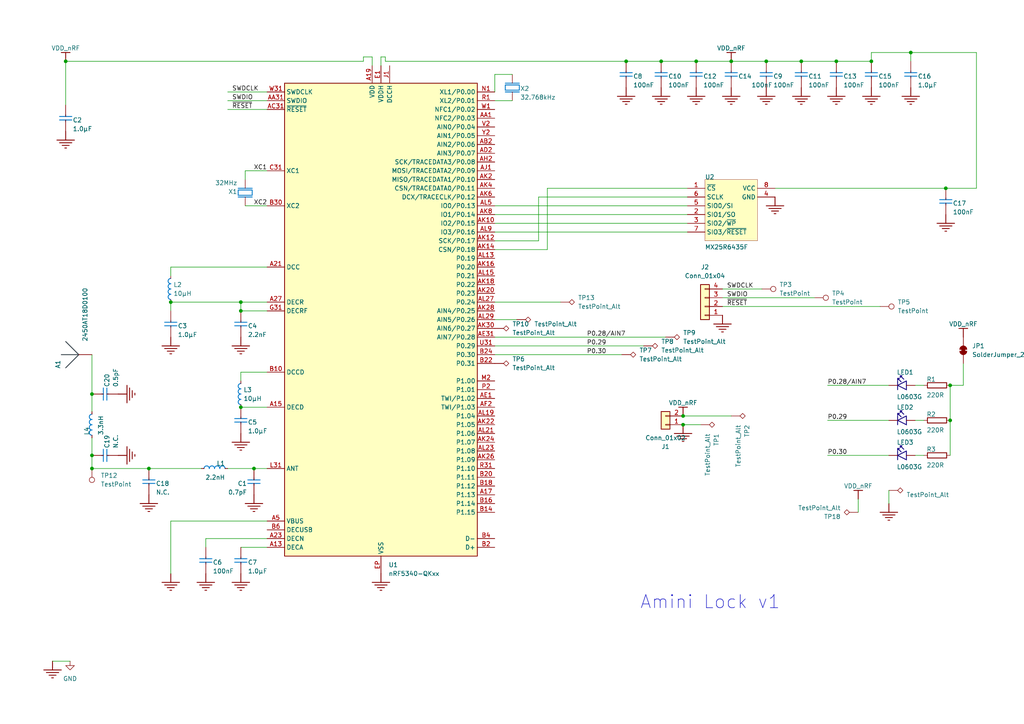
<source format=kicad_sch>
(kicad_sch (version 20231120) (generator "eeschema") (generator_version "8.0")
  (paper "A4")
  (junction (at 69.85 118.11))
  (junction (at 275.59 121.92))
  (junction (at 26.67 135.89))
  (junction (at 43.18 135.89))
  (junction (at 26.67 114.3))
  (junction (at 242.57 17.78))
  (junction (at 252.73 17.78))
  (junction (at 274.32 54.61))
  (junction (at 198.12 120.65))
  (junction (at 222.25 17.78))
  (junction (at 201.93 17.78))
  (junction (at 232.41 17.78))
  (junction (at 198.12 123.19))
  (junction (at 264.16 15.24))
  (junction (at 191.77 17.78))
  (junction (at 69.85 87.63))
  (junction (at 212.09 17.78))
  (junction (at 275.59 111.76))
  (junction (at 181.61 17.78))
  (junction (at 26.67 132.08))
  (junction (at 49.53 87.63))
  (junction (at 69.85 90.17))
  (junction (at 73.66 135.89))
  (junction (at 19.05 17.78))
  (wire (pts (xy 77.47 158.75) (xy 69.85 158.75)))
  (wire (pts (xy 77.47 26.67) (xy 66.04 26.67)))
  (wire (pts (xy 49.53 166.37) (xy 49.53 151.13)))
  (wire (pts (xy 255.27 88.9) (xy 209.55 88.9)))
  (wire (pts (xy 275.59 132.08) (xy 275.59 121.92)))
  (wire (pts (xy 267.97 132.08) (xy 265.43 132.08)))
  (wire (pts (xy 143.51 62.23) (xy 199.39 62.23)))
  (wire (pts (xy 111.76 16.51) (xy 110.49 16.51)))
  (wire (pts (xy 143.51 26.67) (xy 143.51 21.59)))
  (wire (pts (xy 201.93 17.78) (xy 212.09 17.78)))
  (wire (pts (xy 49.53 77.47) (xy 49.53 80.01)))
  (wire (pts (xy 143.51 87.63) (xy 162.56 87.63)))
  (wire (pts (xy 212.09 17.78) (xy 222.25 17.78)))
  (wire (pts (xy 279.4 105.41) (xy 279.4 111.76)))
  (wire (pts (xy 275.59 111.76) (xy 279.4 111.76)))
  (wire (pts (xy 77.47 31.75) (xy 66.04 31.75)))
  (wire (pts (xy 105.41 17.78) (xy 19.05 17.78)))
  (wire (pts (xy 66.04 135.89) (xy 73.66 135.89)))
  (wire (pts (xy 191.77 17.78) (xy 201.93 17.78)))
  (wire (pts (xy 77.47 77.47) (xy 49.53 77.47)))
  (wire (pts (xy 110.49 16.51) (xy 110.49 19.05)))
  (wire (pts (xy 181.61 17.78) (xy 191.77 17.78)))
  (wire (pts (xy 143.51 102.87) (xy 180.34 102.87)))
  (wire (pts (xy 69.85 90.17) (xy 69.85 87.63)))
  (wire (pts (xy 43.18 135.89) (xy 58.42 135.89)))
  (wire (pts (xy 105.41 16.51) (xy 105.41 17.78)))
  (wire (pts (xy 69.85 107.95) (xy 69.85 110.49)))
  (wire (pts (xy 49.53 87.63) (xy 49.53 90.17)))
  (wire (pts (xy 252.73 15.24) (xy 252.73 17.78)))
  (wire (pts (xy 240.03 121.92) (xy 257.81 121.92)))
  (wire (pts (xy 156.21 57.15) (xy 156.21 69.85)))
  (wire (pts (xy 71.12 49.53) (xy 77.47 49.53)))
  (wire (pts (xy 77.47 90.17) (xy 69.85 90.17)))
  (wire (pts (xy 77.47 107.95) (xy 69.85 107.95)))
  (wire (pts (xy 143.51 97.79) (xy 193.04 97.79)))
  (wire (pts (xy 26.67 132.08) (xy 26.67 127)))
  (wire (pts (xy 73.66 135.89) (xy 77.47 135.89)))
  (wire (pts (xy 107.95 16.51) (xy 107.95 19.05)))
  (wire (pts (xy 26.67 114.3) (xy 26.67 119.38)))
  (wire (pts (xy 236.22 86.36) (xy 209.55 86.36)))
  (wire (pts (xy 199.39 54.61) (xy 158.75 54.61)))
  (wire (pts (xy 143.51 100.33) (xy 186.69 100.33)))
  (wire (pts (xy 275.59 121.92) (xy 275.59 111.76)))
  (wire (pts (xy 156.21 69.85) (xy 143.51 69.85)))
  (wire (pts (xy 26.67 135.89) (xy 43.18 135.89)))
  (wire (pts (xy 105.41 16.51) (xy 107.95 16.51)))
  (wire (pts (xy 143.51 67.31) (xy 199.39 67.31)))
  (wire (pts (xy 59.69 156.21) (xy 59.69 158.75)))
  (wire (pts (xy 143.51 29.21) (xy 148.59 29.21)))
  (wire (pts (xy 15.24 191.77) (xy 20.32 191.77)))
  (wire (pts (xy 264.16 15.24) (xy 252.73 15.24)))
  (wire (pts (xy 69.85 87.63) (xy 49.53 87.63)))
  (wire (pts (xy 265.43 121.92) (xy 267.97 121.92)))
  (wire (pts (xy 232.41 17.78) (xy 242.57 17.78)))
  (wire (pts (xy 220.98 83.82) (xy 209.55 83.82)))
  (wire (pts (xy 240.03 132.08) (xy 257.81 132.08)))
  (wire (pts (xy 143.51 64.77) (xy 199.39 64.77)))
  (wire (pts (xy 240.03 111.76) (xy 257.81 111.76)))
  (wire (pts (xy 158.75 54.61) (xy 158.75 72.39)))
  (wire (pts (xy 212.09 120.65) (xy 198.12 120.65)))
  (wire (pts (xy 143.51 92.71) (xy 149.86 92.71)))
  (wire (pts (xy 222.25 17.78) (xy 232.41 17.78)))
  (wire (pts (xy 283.21 54.61) (xy 283.21 15.24)))
  (wire (pts (xy 257.81 146.05) (xy 257.81 142.24)))
  (wire (pts (xy 143.51 21.59) (xy 148.59 21.59)))
  (wire (pts (xy 224.79 54.61) (xy 274.32 54.61)))
  (wire (pts (xy 264.16 17.78) (xy 264.16 15.24)))
  (wire (pts (xy 71.12 59.69) (xy 77.47 59.69)))
  (wire (pts (xy 77.47 87.63) (xy 69.85 87.63)))
  (wire (pts (xy 199.39 57.15) (xy 156.21 57.15)))
  (wire (pts (xy 143.51 59.69) (xy 199.39 59.69)))
  (wire (pts (xy 274.32 54.61) (xy 283.21 54.61)))
  (wire (pts (xy 77.47 156.21) (xy 59.69 156.21)))
  (wire (pts (xy 19.05 17.78) (xy 19.05 30.48)))
  (wire (pts (xy 158.75 72.39) (xy 143.51 72.39)))
  (wire (pts (xy 77.47 118.11) (xy 69.85 118.11)))
  (wire (pts (xy 111.76 16.51) (xy 111.76 17.78)))
  (wire (pts (xy 26.67 135.89) (xy 26.67 132.08)))
  (wire (pts (xy 248.92 144.78) (xy 248.92 148.59)))
  (wire (pts (xy 203.2 123.19) (xy 198.12 123.19)))
  (wire (pts (xy 267.97 111.76) (xy 265.43 111.76)))
  (wire (pts (xy 26.67 114.3) (xy 26.67 102.87)))
  (wire (pts (xy 242.57 17.78) (xy 252.73 17.78)))
  (wire (pts (xy 111.76 17.78) (xy 181.61 17.78)))
  (wire (pts (xy 49.53 151.13) (xy 77.47 151.13)))
  (wire (pts (xy 77.47 29.21) (xy 66.04 29.21)))
  (wire (pts (xy 71.12 49.53) (xy 71.12 52.07)))
  (wire (pts (xy 283.21 15.24) (xy 264.16 15.24)))
  (text "Amini Lock v1\n" (at 205.994 174.752 0) (effects (font (size 3.81 3.81))))
  (label "P0.28/AIN7" (at 240.03 111.76 0))
  (label "P0.30" (at 170.18 102.87 0))
  (label "SWDIO" (at 210.82 86.36 0))
  (label "XC1" (at 77.47 49.53 180))
  (label "P0.28/AIN7" (at 170.18 97.79 0))
  (label "SWDCLK" (at 67.31 26.67 0))
  (label "P0.29" (at 240.03 121.92 0))
  (label "SWDCLK" (at 210.82 83.82 0))
  (label "XC2" (at 77.47 59.69 180))
  (label "~{RESET}" (at 67.31 31.75 0))
  (label "P0.30" (at 240.03 132.08 0))
  (label "P0.29" (at 170.18 100.33 0))
  (label "SWDIO" (at 67.31 29.21 0))
  (label "~{RESET}" (at 210.82 88.9 0))
  (symbol (lib_id "nrf5340_qkaa_config3-altium-import:VDD_nRF_BAR") (at 212.09 17.78 180) (unit 1)
    (property "Reference" "#PWR020" (effects (hide yes)))
    (property "Value" "VDD_nRF" (at 212.09 13.97 0))
  )
  (symbol (lib_id "nrf5340_qkaa_config3-altium-import:GND_POWER_GROUND") (at 59.69 166.37 0) (unit 1)
    (property "Reference" "#PWR012" (effects (hide yes)))
    (property "Value" "GND" (effects (hide yes)))
  )
  (symbol (lib_id "Connector:TestPoint_Alt") (at 143.51 95.25 270) (unit 1)
    (property "Reference" "TP10" (at 148.59 93.9799 90) (effects (justify left)))
    (property "Value" "TestPoint_Alt" (at 148.59 96.5199 90) (effects (justify left)))
    (property "Footprint" "TestPoint:TestPoint_THTPad_2.0x2.0mm_Drill1.0mm" (effects (hide yes)))
    (property "Description" "test point (alternative shape)" (effects (hide yes)))
  )
  (symbol (lib_id "Connector:TestPoint_Alt") (at 212.09 120.65 270) (unit 1)
    (property "Reference" "TP2" (at 216.6621 123.19 0) (effects (justify left)))
    (property "Value" "TestPoint_Alt" (at 214.1221 123.19 0) (effects (justify left)))
    (property "Footprint" "TestPoint:TestPoint_Pad_1.5x1.5mm" (effects (hide yes)))
    (property "Description" "test point (alternative shape)" (effects (hide yes)))
  )
  (symbol (lib_id "nrf5340_qkaa_config3-altium-import:GND_POWER_GROUND") (at 224.79 57.15 0) (unit 1)
    (property "Reference" "#PWR025" (effects (hide yes)))
    (property "Value" "GND" (effects (hide yes)))
  )
  (symbol (lib_id "nrf5340_qkaa_config3-altium-import:root_3_CAP") (at 232.41 17.78 0) (unit 1)
    (property "Reference" "C11" (at 234.442 22.86 0) (effects (justify left bottom)))
    (property "Value" "${ALTIUM_VALUE}" (at 234.442 25.4 0) (effects (justify left bottom)))
    (property "Footprint" "CAPC0603X03L_C" (effects (hide yes)))
    (property "Description" "Capacitor, X7S, ±10%" (effects (hide yes)))
    (property "ALTIUM_VALUE" "100nF" (effects (hide yes)))
    (property "FOOTPRINT DOC" "0201" (effects (hide yes)))
    (property "COMPONENT CLASS" "Capacitors" (effects (hide yes)))
    (property "PAD COUNT" "2" (effects (hide yes)))
  )
  (symbol (lib_id "nrf5340_qkaa_config3-altium-import:GND_POWER_GROUND") (at 49.53 166.37 0) (unit 1)
    (property "Reference" "#PWR011" (effects (hide yes)))
    (property "Value" "GND" (effects (hide yes)))
  )
  (symbol (lib_id "400432-altium-import:root_0_MX25R6435FZNIL0") (at 204.47 52.07 0) (unit 1)
    (property "Reference" "U2" (at 204.47 52.07 0) (effects (justify left bottom)))
    (property "Value" "${ALTIUM_VALUE}" (at 204.47 72.39 0) (effects (justify left bottom)))
    (property "Footprint" "SON127P600X80_HS-9N" (effects (hide yes)))
    (property "Description" "Ultra low power, 64M-bit, serial multi I/O flash memory" (effects (hide yes)))
    (property "PART NUMBER" "MX25R6435FZNIL0" (effects (hide yes)))
    (property "MANUFACTURER" "Macronix" (effects (hide yes)))
    (property "MANUFACTURER PART NUMBER" "MX25R6435FZNIL0" (effects (hide yes)))
    (property "FOOTPRINT DOC" "WSON-8" (effects (hide yes)))
    (property "LATESTREVISIONDATE" "2021-02-26" (effects (hide yes)))
    (property "PUBLISHED" "2016-06-29" (effects (hide yes)))
    (property "ALTIUM_VALUE" "MX25R6435F" (effects (hide yes)))
    (property "NOTE" "N.A." (effects (hide yes)))
    (property "ARTIKKELNR NOCA" "15020015" (effects (hide yes)))
    (property "PART NUMBER IPS" "00000004370" (effects (hide yes)))
    (property "COMPONENTLINK1URL" "N.A." (effects (hide yes)))
    (property "COMPONENTLINK1DESCRIPTION" "Datasheet" (effects (hide yes)))
    (property "COMPONENTLINK2URL" "N.A." (effects (hide yes)))
    (property "COMPONENTLINK2DESCRIPTION" "Supplier link" (effects (hide yes)))
    (property "HELPURL" "https://www.macronix.com/Lists/Datasheet/Attachments/7913/MX25R6435F,%20Wide%20Range,%2064Mb,%20v1.5.pdf" (effects (hide yes)))
    (property "SUPPLIER 1" "Future" (effects (hide yes)))
    (property "SUPPLIER PART NUMBER 1" "MX25R6435FZNIL0" (effects (hide yes)))
    (property "SUPPLIER 2" "Arrow" (effects (hide yes)))
    (property "SUPPLIER PART NUMBER 2" "MX25R6435FZNIL0" (effects (hide yes)))
    (property "COMPONENT CLASS" "Misc_ICs" (effects (hide yes)))
    (property "PAD COUNT" "8" (effects (hide yes)))
    (property "PARTID" "101900438" (effects (hide yes)))
    (property "AUTHOR" "rsk" (effects (hide yes)))
    (property "PART NUMBER NORAUTRON" "N.A." (effects (hide yes)))
  )
  (symbol (lib_id "Connector:TestPoint_Alt") (at 203.2 123.19 270) (unit 1)
    (property "Reference" "TP1" (at 207.7721 125.73 0) (effects (justify left)))
    (property "Value" "TestPoint_Alt" (at 205.2321 125.73 0) (effects (justify left)))
    (property "Footprint" "TestPoint:TestPoint_Pad_1.5x1.5mm" (effects (hide yes)))
    (property "Description" "test point (alternative shape)" (effects (hide yes)))
  )
  (symbol (lib_id "pca10095_sheet4_misc-altium-import:root_0_mirrored_D{colon}LED") (at 265.43 121.92 0) (unit 1)
    (property "Reference" "LED2" (at 260.096 118.872 0) (effects (justify left bottom)))
    (property "Value" "${ALTIUM_VALUE}" (at 260.096 125.984 0) (effects (justify left bottom)))
    (property "Footprint" "LED_SMD:LED_0603_1608Metric" (effects (hide yes)))
    (property "Description" "LED, Green, 0603, 573nm, Vf=2.0V, 24mcd, - 40 to +85°C" (effects (hide yes)))
    (property "PART NUMBER" "VS 25C7M5" (effects (hide yes)))
    (property "MANUFACTURER" "Victory Electronics" (effects (hide yes)))
    (property "MANUFACTURER PART NUMBER" "VS 25C7M5" (effects (hide yes)))
    (property "FOOTPRINT DOC" "0603" (effects (hide yes)))
    (property "LATESTREVISIONDATE" "2020-10-23" (effects (hide yes)))
    (property "PIN COUNT" "2" (effects (hide yes)))
    (property "PUBLISHER" "Nordic Semiconductor" (effects (hide yes)))
    (property "PUBLISHED" "2017-08-21" (effects (hide yes)))
    (property "ALTIUM_VALUE" "L0603G" (effects (hide yes)))
    (property "NOTE" "N.A." (effects (hide yes)))
    (property "ARTIKKELNR NOCA" "13019193" (effects (hide yes)))
    (property "PART NUMBER IPS" "00000001274, 00000009961" (effects (hide yes)))
    (property "COMPONENTLINK1URL" "N.A." (effects (hide yes)))
    (property "COMPONENTLINK1DESCRIPTION" "Datasheet" (effects (hide yes)))
    (property "COMPONENTLINK2URL" "N.A." (effects (hide yes)))
    (property "COMPONENTLINK2DESCRIPTION" "Supplier link" (effects (hide yes)))
    (property "HELPURL" "~{\\}hiz~{z}pr~{o}app971~{7}Datashee~{t}optoelectronic~{s}Victory Electronic~{s}VS 25C7M5.pdf" (effects (hide yes)))
    (property "SUPPLIER 1" "EC Partner" (effects (hide yes)))
    (property "SUPPLIER PART NUMBER 1" "N.A." (effects (hide yes)))
    (property "SUPPLIER 2" "N.A." (effects (hide yes)))
    (property "SUPPLIER PART NUMBER 2" "N.A." (effects (hide yes)))
    (property "COMPONENT CLASS" "Optoelectronics" (effects (hide yes)))
    (property "PAD COUNT" "2" (effects (hide yes)))
    (property "PARTID" "101400097" (effects (hide yes)))
  )
  (symbol (lib_id "nrf5340_qkaa_config3-altium-import:root_3_CAP") (at 59.69 158.75 0) (unit 1)
    (property "Reference" "C6" (at 61.722 163.83 0) (effects (justify left bottom)))
    (property "Value" "${ALTIUM_VALUE}" (at 61.722 166.37 0) (effects (justify left bottom)))
    (property "Footprint" "CAPC0603X03L_C" (effects (hide yes)))
    (property "Description" "Capacitor, X7S, ±10%" (effects (hide yes)))
    (property "ALTIUM_VALUE" "100nF" (effects (hide yes)))
    (property "FOOTPRINT DOC" "0201" (effects (hide yes)))
    (property "COMPONENT CLASS" "Capacitors" (effects (hide yes)))
    (property "PAD COUNT" "2" (effects (hide yes)))
  )
  (symbol (lib_id "Jumper:SolderJumper_2_Bridged") (at 279.4 101.6 90) (unit 1) (exclude_from_sim yes) (in_bom no)
    (property "Reference" "JP1" (at 281.94 100.3299 90) (effects (justify right)))
    (property "Value" "SolderJumper_2_Bridged" (at 281.94 102.8699 90) (effects (justify right)))
    (property "Footprint" "Jumper:SolderJumper-2_P1.3mm_Bridged_RoundedPad1.0x1.5mm_1" (effects (hide yes)))
    (property "Description" "Solder Jumper, 2-pole, closed/bridged" (effects (hide yes)))
  )
  (symbol (lib_id "nrf5340_qkaa_config3-altium-import:VDD_nRF_BAR") (at 248.92 144.78 180) (unit 1)
    (property "Reference" "#PWR032" (effects (hide yes)))
    (property "Value" "VDD_nRF" (at 248.92 140.97 0))
  )
  (symbol (lib_id "nrf5340_qkaa_config3-altium-import:GND_POWER_GROUND") (at 110.49 166.37 0) (mirror y) (unit 1)
    (property "Reference" "#PWR05" (effects (hide yes)))
    (property "Value" "GND" (effects (hide yes)))
  )
  (symbol (lib_id "pca10143_sheet2_nrf5340_mcu-altium-import:GND_POWER_GROUND") (at 34.29 114.3 90) (unit 1)
    (property "Reference" "#PWR027" (effects (hide yes)))
    (property "Value" "GND" (effects (hide yes)))
  )
  (symbol (lib_id "pca10143_sheet2_nrf5340_mcu-altium-import:root_1_CAP") (at 34.29 114.3 90) (unit 1)
    (property "Reference" "C20" (at 31.75 112.268 0) (effects (justify left bottom)))
    (property "Value" "${ALTIUM_VALUE}" (at 34.29 112.268 0) (effects (justify left bottom)))
    (property "Footprint" "CAPC0603X03L_C" (effects (hide yes)))
    (property "Description" "Capacitor, NP0, ±0.05pF" (effects (hide yes)))
    (property "PART NUMBER" "C0201-0.5p" (effects (hide yes)))
    (property "LATESTREVISIONDATE" "2018-10-22" (effects (hide yes)))
    (property "PUBLISHED" "2014-11-13" (effects (hide yes)))
    (property "ALTIUM_VALUE" "0.5pF" (effects (hide yes)))
    (property "NOTE" "50V" (effects (hide yes)))
    (property "FOOTPRINT DOC" "0201" (effects (hide yes)))
    (property "MANUFACTURER" "N.A." (effects (hide yes)))
    (property "MANUFACTURER PART NUMBER" "N.A." (effects (hide yes)))
    (property "ARTIKKELNR NOCA" "N.A." (effects (hide yes)))
    (property "PART NUMBER IPS" "N.A." (effects (hide yes)))
    (property "COMPONENTLINK1URL" "N.A." (effects (hide yes)))
    (property "COMPONENTLINK1DESCRIPTION" "Datasheet" (effects (hide yes)))
    (property "COMPONENTLINK2URL" "N.A." (effects (hide yes)))
    (property "COMPONENTLINK2DESCRIPTION" "Supplier link" (effects (hide yes)))
    (property "HELPURL" "N.A." (effects (hide yes)))
    (property "SUPPLIER 1" "N.A." (effects (hide yes)))
    (property "SUPPLIER PART NUMBER 1" "N.A." (effects (hide yes)))
    (property "SUPPLIER 2" "N.A." (effects (hide yes)))
    (property "SUPPLIER PART NUMBER 2" "N.A." (effects (hide yes)))
    (property "COMPONENT CLASS" "Capacitors" (effects (hide yes)))
    (property "PAD COUNT" "2" (effects (hide yes)))
    (property "PARTID" "100200008" (effects (hide yes)))
    (property "AUTHOR" "rsk" (effects (hide yes)))
    (property "PART NUMBER NORAUTRON" "N.A." (effects (hide yes)))
    (property "COMPONENT STATUS" "Active" (effects (hide yes)))
    (property "PART NUMBER NEMS" "100200008" (effects (hide yes)))
  )
  (symbol (lib_id "nrf5340_qkaa_config3-altium-import:root_1_CAP") (at 69.85 166.37 0) (unit 1)
    (property "Reference" "C7" (at 71.882 163.83 0) (effects (justify left bottom)))
    (property "Value" "${ALTIUM_VALUE}" (at 71.882 166.37 0) (effects (justify left bottom)))
    (property "Footprint" "CAPC1005X04L" (effects (hide yes)))
    (property "Description" "Capacitor, X7S, ±10%" (effects (hide yes)))
    (property "ALTIUM_VALUE" "1.0µF" (effects (hide yes)))
    (property "FOOTPRINT DOC" "0402" (effects (hide yes)))
    (property "COMPONENT CLASS" "Capacitors" (effects (hide yes)))
    (property "PAD COUNT" "2" (effects (hide yes)))
  )
  (symbol (lib_id "nrf5340_qkaa_config3-altium-import:GND_POWER_GROUND") (at 274.32 62.23 0) (unit 1)
    (property "Reference" "#PWR024" (effects (hide yes)))
    (property "Value" "GND" (effects (hide yes)))
  )
  (symbol (lib_id "pca10095_sheet4_misc-altium-import:root_0_RES") (at 267.97 132.08 0) (unit 1)
    (property "Reference" "R3" (at 268.732 131.064 0) (effects (justify left bottom)))
    (property "Value" "${ALTIUM_VALUE}" (at 268.732 135.636 0) (effects (justify left bottom)))
    (property "Footprint" "RESC0603X03L_C" (effects (hide yes)))
    (property "Description" "Resistor, ±1%, 0.05W" (effects (hide yes)))
    (property "PART NUMBER" "R0201-220" (effects (hide yes)))
    (property "MANUFACTURER" "N.A." (effects (hide yes)))
    (property "MANUFACTURER PART NUMBER" "N.A." (effects (hide yes)))
    (property "LATESTREVISIONDATE" "2014-11-13" (effects (hide yes)))
    (property "PIN COUNT" "2" (effects (hide yes)))
    (property "PUBLISHER" "Nordic Semiconductor" (effects (hide yes)))
    (property "PUBLISHED" "2014-11-13" (effects (hide yes)))
    (property "ALTIUM_VALUE" "220R" (effects (hide yes)))
    (property "NOTE" "Chip Res 1%" (effects (hide yes)))
    (property "ARTIKKELNR NOCA" "N.A." (effects (hide yes)))
    (property "FOOTPRINT DOC" "0201" (effects (hide yes)))
    (property "PART NUMBER IPS" "00000000863" (effects (hide yes)))
    (property "COMPONENTLINK1URL" "N.A." (effects (hide yes)))
    (property "COMPONENTLINK1DESCRIPTION" "Datasheet" (effects (hide yes)))
    (property "COMPONENTLINK2URL" "N.A." (effects (hide yes)))
    (property "COMPONENTLINK2DESCRIPTION" "Supplier link" (effects (hide yes)))
    (property "HELPURL" "N.A." (effects (hide yes)))
    (property "SUPPLIER 1" "N.A." (effects (hide yes)))
    (property "SUPPLIER PART NUMBER 1" "N.A." (effects (hide yes)))
    (property "SUPPLIER 2" "N.A." (effects (hide yes)))
    (property "SUPPLIER PART NUMBER 2" "N.A." (effects (hide yes)))
    (property "COMPONENT CLASS" "Resistors" (effects (hide yes)))
    (property "PAD COUNT" "2" (effects (hide yes)))
    (property "PARTID" "100100032" (effects (hide yes)))
  )
  (symbol (lib_id "nrf5340_qkaa_config3-altium-import:GND_POWER_GROUND") (at 209.55 91.44 0) (unit 1)
    (property "Reference" "#PWR028" (effects (hide yes)))
    (property "Value" "GND" (effects (hide yes)))
  )
  (symbol (lib_id "nrf5340_qkaa_config3-altium-import:root_3_CAP") (at 201.93 17.78 0) (unit 1)
    (property "Reference" "C12" (at 203.962 22.86 0) (effects (justify left bottom)))
    (property "Value" "${ALTIUM_VALUE}" (at 203.962 25.4 0) (effects (justify left bottom)))
    (property "Footprint" "CAPC0603X03L_C" (effects (hide yes)))
    (property "Description" "Capacitor, X7S, ±10%" (effects (hide yes)))
    (property "ALTIUM_VALUE" "100nF" (effects (hide yes)))
    (property "FOOTPRINT DOC" "0201" (effects (hide yes)))
    (property "COMPONENT CLASS" "Capacitors" (effects (hide yes)))
    (property "PAD COUNT" "2" (effects (hide yes)))
  )
  (symbol (lib_id "nrf5340_qkaa_config3-altium-import:root_1_CAP") (at 69.85 125.73 0) (unit 1)
    (property "Reference" "C5" (at 71.882 123.19 0) (effects (justify left bottom)))
    (property "Value" "${ALTIUM_VALUE}" (at 71.882 125.73 0) (effects (justify left bottom)))
    (property "Footprint" "CAPC1005X04L" (effects (hide yes)))
    (property "Description" "Capacitor, X7S, ±10%" (effects (hide yes)))
    (property "ALTIUM_VALUE" "1.0µF" (effects (hide yes)))
    (property "FOOTPRINT DOC" "0402" (effects (hide yes)))
    (property "COMPONENT CLASS" "Capacitors" (effects (hide yes)))
    (property "PAD COUNT" "2" (effects (hide yes)))
  )
  (symbol (lib_id "nrf5340_qkaa_config3-altium-import:GND_POWER_GROUND") (at 191.77 25.4 0) (unit 1)
    (property "Reference" "#PWR016" (effects (hide yes)))
    (property "Value" "GND" (effects (hide yes)))
  )
  (symbol (lib_id "pca10095_sheet4_misc-altium-import:root_0_mirrored_D{colon}LED") (at 265.43 111.76 0) (unit 1)
    (property "Reference" "LED1" (at 260.096 108.712 0) (effects (justify left bottom)))
    (property "Value" "${ALTIUM_VALUE}" (at 260.096 115.824 0) (effects (justify left bottom)))
    (property "Footprint" "LED_SMD:LED_0603_1608Metric" (effects (hide yes)))
    (property "Description" "LED, Green, 0603, 573nm, Vf=2.0V, 24mcd, - 40 to +85°C" (effects (hide yes)))
    (property "PART NUMBER" "VS 25C7M5" (effects (hide yes)))
    (property "MANUFACTURER" "Victory Electronics" (effects (hide yes)))
    (property "MANUFACTURER PART NUMBER" "VS 25C7M5" (effects (hide yes)))
    (property "FOOTPRINT DOC" "0603" (effects (hide yes)))
    (property "LATESTREVISIONDATE" "2020-10-23" (effects (hide yes)))
    (property "PIN COUNT" "2" (effects (hide yes)))
    (property "PUBLISHER" "Nordic Semiconductor" (effects (hide yes)))
    (property "PUBLISHED" "2017-08-21" (effects (hide yes)))
    (property "ALTIUM_VALUE" "L0603G" (effects (hide yes)))
    (property "NOTE" "N.A." (effects (hide yes)))
    (property "ARTIKKELNR NOCA" "13019193" (effects (hide yes)))
    (property "PART NUMBER IPS" "00000001274, 00000009961" (effects (hide yes)))
    (property "COMPONENTLINK1URL" "N.A." (effects (hide yes)))
    (property "COMPONENTLINK1DESCRIPTION" "Datasheet" (effects (hide yes)))
    (property "COMPONENTLINK2URL" "N.A." (effects (hide yes)))
    (property "COMPONENTLINK2DESCRIPTION" "Supplier link" (effects (hide yes)))
    (property "HELPURL" "~{\\}hiz~{z}pr~{o}app971~{7}Datashee~{t}optoelectronic~{s}Victory Electronic~{s}VS 25C7M5.pdf" (effects (hide yes)))
    (property "SUPPLIER 1" "EC Partner" (effects (hide yes)))
    (property "SUPPLIER PART NUMBER 1" "N.A." (effects (hide yes)))
    (property "SUPPLIER 2" "N.A." (effects (hide yes)))
    (property "SUPPLIER PART NUMBER 2" "N.A." (effects (hide yes)))
    (property "COMPONENT CLASS" "Optoelectronics" (effects (hide yes)))
    (property "PAD COUNT" "2" (effects (hide yes)))
    (property "PARTID" "101400097" (effects (hide yes)))
  )
  (symbol (lib_id "MCU_Nordic:nRF5340-QKxx") (at 110.49 92.71 0) (unit 1)
    (property "Reference" "U1" (at 112.6841 163.83 0) (effects (justify left)))
    (property "Value" "nRF5340-QKxx" (at 112.6841 166.37 0) (effects (justify left)))
    (property "Footprint" "Package_DFN_QFN:Nordic_AQFN-94-1EP_7x7mm_P0.4mm" (effects (hide yes)))
    (property "Datasheet" "https://infocenter.nordicsemi.com/pdf/nRF5340_PS_v1.2.pdf" (effects (hide yes)))
    (property "Description" "nRF5340, BLE, NFC, Thread, Zigbee, ARM M33 SoC, Dual Core, AQFN-94" (effects (hide yes)))
  )
  (symbol (lib_id "pca10143_sheet2_nrf5340_mcu-altium-import:GND_POWER_GROUND") (at 34.29 132.08 90) (unit 1)
    (property "Reference" "#PWR033" (effects (hide yes)))
    (property "Value" "GND" (effects (hide yes)))
  )
  (symbol (lib_id "nrf5340_qkaa_config3-altium-import:GND_POWER_GROUND") (at 69.85 125.73 0) (unit 1)
    (property "Reference" "#PWR010" (effects (hide yes)))
    (property "Value" "GND" (effects (hide yes)))
  )
  (symbol (lib_id "nrf5340_qkaa_config3-altium-import:GND_POWER_GROUND") (at 198.12 123.19 0) (unit 1)
    (property "Reference" "#PWR029" (effects (hide yes)))
    (property "Value" "GND" (effects (hide yes)))
  )
  (symbol (lib_id "pca10143_sheet2_nrf5340_mcu-altium-import:root_1_mirrored_CAP") (at 73.66 143.51 0) (mirror y) (unit 1)
    (property "Reference" "C1" (at 71.628 140.97 0) (effects (justify left bottom)))
    (property "Value" "${ALTIUM_VALUE}" (at 71.628 143.51 0) (effects (justify left bottom)))
    (property "Footprint" "CAPC0603X03L_C" (effects (hide yes)))
    (property "Description" "Capacitor, Ceramic, NP0, ±0.1pF, 25V" (effects (hide yes)))
    (property "PART NUMBER" "C0201-0.7p-HQ-Murata" (effects (hide yes)))
    (property "MANUFACTURER" "Murata" (effects (hide yes)))
    (property "MANUFACTURER PART NUMBER" "GJM0335C1ER70BB01D" (effects (hide yes)))
    (property "LATESTREVISIONDATE" "2020-10-13" (effects (hide yes)))
    (property "PUBLISHED" "2020-03-05" (effects (hide yes)))
    (property "ALTIUM_VALUE" "0.7pF" (effects (hide yes)))
    (property "NOTE" "25V" (effects (hide yes)))
    (property "ARTIKKELNR NOCA" "N.A." (effects (hide yes)))
    (property "FOOTPRINT DOC" "0201" (effects (hide yes)))
    (property "COMPONENTLINK1URL" "https://search.murata.co.jp/Ceramy/image/img/A01X/G101/ENG/GJM0335C1ER70BB01-01.pdf" (effects (hide yes)))
    (property "COMPONENTLINK1DESCRIPTION" "Datasheet" (effects (hide yes)))
    (property "COMPONENTLINK2URL" "https://www.murata.com/en-eu/products/productdetail?partno=GJM0335C1ER70BB01%23" (effects (hide yes)))
    (property "COMPONENTLINK2DESCRIPTION" "Supplier link" (effects (hide yes)))
    (property "HELPURL" "https://www.digikey.no/product-detail/en/murata-electronics/GJM0335C1ER70BB01D/490-8076-1-ND/4380362" (effects (hide yes)))
    (property "SUPPLIER 1" "Digi-Key" (effects (hide yes)))
    (property "SUPPLIER PART NUMBER 1" "490-8076-1-ND" (effects (hide yes)))
    (property "SUPPLIER 2" "N.A." (effects (hide yes)))
    (property "SUPPLIER PART NUMBER 2" "N.A." (effects (hide yes)))
    (property "PART NUMBER IPS" "N.A." (effects (hide yes)))
    (property "COMPONENT CLASS" "Capacitors" (effects (hide yes)))
    (property "PAD COUNT" "2" (effects (hide yes)))
    (property "PARTID" "100200441" (effects (hide yes)))
    (property "AUTHOR" "rsk" (effects (hide yes)))
    (property "PART NUMBER NORAUTRON" "26470001" (effects (hide yes)))
    (property "COMPONENT STATUS" "Active" (effects (hide yes)))
    (property "PART NUMBER NEMS" "100200441" (effects (hide yes)))
  )
  (symbol (lib_id "Connector:TestPoint_Alt") (at 149.86 92.71 270) (unit 1)
    (property "Reference" "TP11" (effects (hide yes)))
    (property "Value" "TestPoint_Alt" (at 154.94 93.9799 90) (effects (justify left)))
    (property "Footprint" "TestPoint:TestPoint_THTPad_2.0x2.0mm_Drill1.0mm" (effects (hide yes)))
    (property "Description" "test point (alternative shape)" (effects (hide yes)))
  )
  (symbol (lib_id "nrf5340_qkaa_config3-altium-import:root_3_XTAL_2-pin") (at 148.59 21.59 0) (unit 1)
    (property "Reference" "X2" (at 150.876 26.416 0) (effects (justify left bottom)))
    (property "Value" "${ALTIUM_VALUE}" (at 150.876 28.956 0) (effects (justify left bottom)))
    (property "Footprint" "XTAL_2012" (effects (hide yes)))
    (property "Description" "XTAL SMD 2012, 32.768kHz, Cl=9pF, Total Tol: ±50ppm" (effects (hide yes)))
    (property "ALTIUM_VALUE" "32.768kHz" (effects (hide yes)))
    (property "FOOTPRINT DOC" "XTAL_2012" (effects (hide yes)))
    (property "COMPONENT CLASS" "Oscillators" (effects (hide yes)))
    (property "PAD COUNT" "2" (effects (hide yes)))
  )
  (symbol (lib_id "nrf5340_qkaa_config3-altium-import:GND_POWER_GROUND") (at 212.09 25.4 0) (unit 1)
    (property "Reference" "#PWR021" (effects (hide yes)))
    (property "Value" "GND" (effects (hide yes)))
  )
  (symbol (lib_id "Connector_Generic:Conn_01x04") (at 204.47 88.9 180) (unit 1)
    (property "Reference" "J2" (at 204.47 77.47 0))
    (property "Value" "Conn_01x04" (at 204.47 80.01 0))
    (property "Footprint" "Connector_JST:JST_SH_SM04B-SRSS-TB_1x04-1MP_P1.00mm_Horizontal" (effects (hide yes)))
    (property "Description" "Generic connector, single row, 01x04, script generated (kicad-library-utils/schlib/autogen/connector/)" (effects (hide yes)))
  )
  (symbol (lib_id "pca10095_sheet4_misc-altium-import:root_0_mirrored_D{colon}LED") (at 265.43 132.08 0) (unit 1)
    (property "Reference" "LED3" (at 260.096 129.032 0) (effects (justify left bottom)))
    (property "Value" "${ALTIUM_VALUE}" (at 260.096 136.144 0) (effects (justify left bottom)))
    (property "Footprint" "LED_SMD:LED_0603_1608Metric" (effects (hide yes)))
    (property "Description" "LED, Green, 0603, 573nm, Vf=2.0V, 24mcd, - 40 to +85°C" (effects (hide yes)))
    (property "PART NUMBER" "VS 25C7M5" (effects (hide yes)))
    (property "MANUFACTURER" "Victory Electronics" (effects (hide yes)))
    (property "MANUFACTURER PART NUMBER" "VS 25C7M5" (effects (hide yes)))
    (property "FOOTPRINT DOC" "0603" (effects (hide yes)))
    (property "LATESTREVISIONDATE" "2020-10-23" (effects (hide yes)))
    (property "PIN COUNT" "2" (effects (hide yes)))
    (property "PUBLISHER" "Nordic Semiconductor" (effects (hide yes)))
    (property "PUBLISHED" "2017-08-21" (effects (hide yes)))
    (property "ALTIUM_VALUE" "L0603G" (effects (hide yes)))
    (property "NOTE" "N.A." (effects (hide yes)))
    (property "ARTIKKELNR NOCA" "13019193" (effects (hide yes)))
    (property "PART NUMBER IPS" "00000001274, 00000009961" (effects (hide yes)))
    (property "COMPONENTLINK1URL" "N.A." (effects (hide yes)))
    (property "COMPONENTLINK1DESCRIPTION" "Datasheet" (effects (hide yes)))
    (property "COMPONENTLINK2URL" "N.A." (effects (hide yes)))
    (property "COMPONENTLINK2DESCRIPTION" "Supplier link" (effects (hide yes)))
    (property "HELPURL" "~{\\}hiz~{z}pr~{o}app971~{7}Datashee~{t}optoelectronic~{s}Victory Electronic~{s}VS 25C7M5.pdf" (effects (hide yes)))
    (property "SUPPLIER 1" "EC Partner" (effects (hide yes)))
    (property "SUPPLIER PART NUMBER 1" "N.A." (effects (hide yes)))
    (property "SUPPLIER 2" "N.A." (effects (hide yes)))
    (property "SUPPLIER PART NUMBER 2" "N.A." (effects (hide yes)))
    (property "COMPONENT CLASS" "Optoelectronics" (effects (hide yes)))
    (property "PAD COUNT" "2" (effects (hide yes)))
    (property "PARTID" "101400097" (effects (hide yes)))
  )
  (symbol (lib_id "nrf5340_qkaa_config3-altium-import:GND_POWER_GROUND") (at 222.25 25.4 0) (unit 1)
    (property "Reference" "#PWR015" (effects (hide yes)))
    (property "Value" "GND" (effects (hide yes)))
  )
  (symbol (lib_id "nrf5340_qkaa_config3-altium-import:GND_POWER_GROUND") (at 19.05 38.1 0) (unit 1)
    (property "Reference" "#PWR07" (effects (hide yes)))
    (property "Value" "GND" (effects (hide yes)))
  )
  (symbol (lib_id "Connector:TestPoint_Alt") (at 193.04 97.79 270) (unit 1)
    (property "Reference" "TP9" (at 198.12 96.5199 90) (effects (justify left)))
    (property "Value" "TestPoint_Alt" (at 198.12 99.0599 90) (effects (justify left)))
    (property "Footprint" "TestPoint:TestPoint_THTPad_2.0x2.0mm_Drill1.0mm" (effects (hide yes)))
    (property "Description" "test point (alternative shape)" (effects (hide yes)))
  )
  (symbol (lib_id "nrf5340_qkaa_config3-altium-import:GND_POWER_GROUND") (at 181.61 25.4 0) (unit 1)
    (property "Reference" "#PWR014" (effects (hide yes)))
    (property "Value" "GND" (effects (hide yes)))
  )
  (symbol (lib_id "nrf5340_qkaa_config3-altium-import:GND_POWER_GROUND") (at 232.41 25.4 0) (unit 1)
    (property "Reference" "#PWR017" (effects (hide yes)))
    (property "Value" "GND" (effects (hide yes)))
  )
  (symbol (lib_id "nrf5340_qkaa_config3-altium-import:VDD_nRF_BAR") (at 19.05 17.78 180) (unit 1)
    (property "Reference" "#PWR06" (effects (hide yes)))
    (property "Value" "VDD_nRF" (at 19.05 13.97 0))
  )
  (symbol (lib_id "pca10143_sheet2_nrf5340_mcu-altium-import:root_0_mirrored_IND") (at 26.67 119.38 90) (unit 1)
    (property "Reference" "L4" (at 25.908 126.238 0) (effects (justify left bottom)))
    (property "Value" "${ALTIUM_VALUE}" (at 29.972 126.238 0) (effects (justify left bottom)))
    (property "Footprint" "INDC0603X03L_C" (effects (hide yes)))
    (property "Description" "Inductor, 500mA, ±0.1ｎH, 170mOhm" (effects (hide yes)))
    (property "PART NUMBER" "L0201-3n3-HQ-Murata" (effects (hide yes)))
    (property "MANUFACTURER" "Murata" (effects (hide yes)))
    (property "MANUFACTURER PART NUMBER" "LQP03HQ3N3B02" (effects (hide yes)))
    (property "COMPONENTLINK1URL" "https://search.murata.co.jp/Ceramy/image/img/P02/JELF243C-0021.pdf" (effects (hide yes)))
    (property "COMPONENTLINK1DESCRIPTION" "Datasheet" (effects (hide yes)))
    (property "COMPONENTLINK2URL" "N.A." (effects (hide yes)))
    (property "COMPONENTLINK2DESCRIPTION" "Supplier link" (effects (hide yes)))
    (property "HELPURL" "https://psearch.en.murata.com/inductor/product/LQP03HQ3N3B02%23.html" (effects (hide yes)))
    (property "FOOTPRINT DOC" "0201" (effects (hide yes)))
    (property "LATESTREVISIONDATE" "2018-10-23" (effects (hide yes)))
    (property "PUBLISHED" "2018-10-23" (effects (hide yes)))
    (property "ALTIUM_VALUE" "3.3nH" (effects (hide yes)))
    (property "NOTE" "-55°C ~ 125°C" (effects (hide yes)))
    (property "SUPPLIER 1" "Digi-Key" (effects (hide yes)))
    (property "SUPPLIER PART NUMBER 1" "490-13921-1-ND" (effects (hide yes)))
    (property "SUPPLIER 2" "N.A." (effects (hide yes)))
    (property "SUPPLIER PART NUMBER 2" "N.A." (effects (hide yes)))
    (property "ARTIKKELNR NOCA" "N.A." (effects (hide yes)))
    (property "PART NUMBER IPS" "N.A." (effects (hide yes)))
    (property "COMPONENT CLASS" "Inductors" (effects (hide yes)))
    (property "PAD COUNT" "2" (effects (hide yes)))
    (property "PARTID" "100300220" (effects (hide yes)))
    (property "AUTHOR" "rsk" (effects (hide yes)))
    (property "PART NUMBER NORAUTRON" "N.A." (effects (hide yes)))
    (property "COMPONENT STATUS" "Active" (effects (hide yes)))
    (property "PART NUMBER NEMS" "100300220" (effects (hide yes)))
  )
  (symbol (lib_id "nrf5340_qkaa_config3-altium-import:root_1_CAP") (at 264.16 25.4 0) (unit 1)
    (property "Reference" "C16" (at 266.192 22.86 0) (effects (justify left bottom)))
    (property "Value" "${ALTIUM_VALUE}" (at 266.192 25.4 0) (effects (justify left bottom)))
    (property "Footprint" "CAPC1005X04L" (effects (hide yes)))
    (property "Description" "Capacitor, X7S, ±10%" (effects (hide yes)))
    (property "ALTIUM_VALUE" "1.0µF" (effects (hide yes)))
    (property "FOOTPRINT DOC" "0402" (effects (hide yes)))
    (property "COMPONENT CLASS" "Capacitors" (effects (hide yes)))
    (property "PAD COUNT" "2" (effects (hide yes)))
  )
  (symbol (lib_id "Connector_Generic:Conn_01x02") (at 193.04 123.19 180) (unit 1)
    (property "Reference" "J1" (at 193.04 129.54 0))
    (property "Value" "Conn_01x02" (at 193.04 127 0))
    (property "Footprint" "Connector_JST:JST_SH_BM02B-SRSS-TB_1x02-1MP_P1.00mm_Vertical" (effects (hide yes)))
    (property "Description" "Generic connector, single row, 01x02, script generated (kicad-library-utils/schlib/autogen/connector/)" (effects (hide yes)))
  )
  (symbol (lib_id "nrf5340_qkaa_config3-altium-import:root_3_CAP") (at 242.57 17.78 0) (unit 1)
    (property "Reference" "C13" (at 244.602 22.86 0) (effects (justify left bottom)))
    (property "Value" "${ALTIUM_VALUE}" (at 244.602 25.4 0) (effects (justify left bottom)))
    (property "Footprint" "CAPC0603X03L_C" (effects (hide yes)))
    (property "Description" "Capacitor, X7S, ±10%" (effects (hide yes)))
    (property "ALTIUM_VALUE" "100nF" (effects (hide yes)))
    (property "FOOTPRINT DOC" "0201" (effects (hide yes)))
    (property "COMPONENT CLASS" "Capacitors" (effects (hide yes)))
    (property "PAD COUNT" "2" (effects (hide yes)))
  )
  (symbol (lib_id "Connector:TestPoint_Alt") (at 143.51 105.41 270) (unit 1)
    (property "Reference" "TP6" (at 148.59 104.1399 90) (effects (justify left)))
    (property "Value" "TestPoint_Alt" (at 148.59 106.6799 90) (effects (justify left)))
    (property "Footprint" "TestPoint:TestPoint_THTPad_2.0x2.0mm_Drill1.0mm" (effects (hide yes)))
    (property "Description" "test point (alternative shape)" (effects (hide yes)))
  )
  (symbol (lib_id "nrf5340_qkaa_config3-altium-import:GND_POWER_GROUND") (at 69.85 166.37 0) (unit 1)
    (property "Reference" "#PWR013" (effects (hide yes)))
    (property "Value" "GND" (effects (hide yes)))
  )
  (symbol (lib_id "nrf5340_qkaa_config3-altium-import:GND_POWER_GROUND") (at 264.16 25.4 0) (unit 1)
    (property "Reference" "#PWR023" (effects (hide yes)))
    (property "Value" "GND" (effects (hide yes)))
  )
  (symbol (lib_id "nrf5340_qkaa_config3-altium-import:root_1_IND") (at 49.53 87.63 0) (unit 1)
    (property "Reference" "L2" (at 50.292 83.312 0) (effects (justify left bottom)))
    (property "Value" "${ALTIUM_VALUE}" (at 50.292 85.852 0) (effects (justify left bottom)))
    (property "Footprint" "INDC1608X06L" (effects (hide yes)))
    (property "Description" "Chip Inductor, IDC,min = 50 mA, ±20%" (effects (hide yes)))
    (property "ALTIUM_VALUE" "10µH" (effects (hide yes)))
    (property "FOOTPRINT DOC" "0603" (effects (hide yes)))
    (property "COMPONENT CLASS" "Inductors" (effects (hide yes)))
    (property "PAD COUNT" "2" (effects (hide yes)))
  )
  (symbol (lib_id "nrf5340_qkaa_config3-altium-import:GND_POWER_GROUND") (at 242.57 25.4 0) (unit 1)
    (property "Reference" "#PWR019" (effects (hide yes)))
    (property "Value" "GND" (effects (hide yes)))
  )
  (symbol (lib_id "nrf5340_qkaa_config3-altium-import:GND_POWER_GROUND") (at 252.73 25.4 0) (unit 1)
    (property "Reference" "#PWR022" (effects (hide yes)))
    (property "Value" "GND" (effects (hide yes)))
  )
  (symbol (lib_id "Connector:TestPoint_Alt") (at 180.34 102.87 270) (unit 1)
    (property "Reference" "TP7" (at 185.42 101.5999 90) (effects (justify left)))
    (property "Value" "TestPoint_Alt" (at 185.42 104.1399 90) (effects (justify left)))
    (property "Footprint" "TestPoint:TestPoint_THTPad_2.0x2.0mm_Drill1.0mm" (effects (hide yes)))
    (property "Description" "test point (alternative shape)" (effects (hide yes)))
  )
  (symbol (lib_id "Connector:TestPoint") (at 220.98 83.82 270) (unit 1)
    (property "Reference" "TP3" (at 226.06 82.5499 90) (effects (justify left)))
    (property "Value" "TestPoint" (at 226.06 85.0899 90) (effects (justify left)))
    (property "Footprint" "TestPoint:TestPoint_Pad_D1.0mm" (effects (hide yes)))
    (property "Description" "test point" (effects (hide yes)))
  )
  (symbol (lib_id "nrf5340_qkaa_config3-altium-import:root_3_CAP") (at 181.61 17.78 0) (unit 1)
    (property "Reference" "C8" (at 183.642 22.86 0) (effects (justify left bottom)))
    (property "Value" "${ALTIUM_VALUE}" (at 183.642 25.4 0) (effects (justify left bottom)))
    (property "Footprint" "CAPC0603X03L_C" (effects (hide yes)))
    (property "Description" "Capacitor, X7S, ±10%" (effects (hide yes)))
    (property "ALTIUM_VALUE" "100nF" (effects (hide yes)))
    (property "FOOTPRINT DOC" "0201" (effects (hide yes)))
    (property "COMPONENT CLASS" "Capacitors" (effects (hide yes)))
    (property "PAD COUNT" "2" (effects (hide yes)))
  )
  (symbol (lib_id "nrf5340_qkaa_config3-altium-import:root_3_CAP") (at 274.32 54.61 0) (unit 1)
    (property "Reference" "C17" (at 276.352 59.69 0) (effects (justify left bottom)))
    (property "Value" "${ALTIUM_VALUE}" (at 276.352 62.23 0) (effects (justify left bottom)))
    (property "Footprint" "CAPC0603X03L_C" (effects (hide yes)))
    (property "Description" "Capacitor, X7S, ±10%" (effects (hide yes)))
    (property "ALTIUM_VALUE" "100nF" (effects (hide yes)))
    (property "FOOTPRINT DOC" "0201" (effects (hide yes)))
    (property "COMPONENT CLASS" "Capacitors" (effects (hide yes)))
    (property "PAD COUNT" "2" (effects (hide yes)))
  )
  (symbol (lib_id "pca10143_sheet2_nrf5340_mcu-altium-import:root_0_Antenna with GND") (at 22.86 102.87 90) (unit 1)
    (property "Reference" "A1" (at 17.526 106.934 0) (effects (justify left bottom)))
    (property "Value" "${ALTIUM_VALUE}" (at 25.4 99.06 0) (effects (justify left bottom)))
    (property "Footprint" "Nordic_Semiconductor:2450AT18D0100_STD-R" (effects (hide yes)))
    (property "Description" "2.45 GHz chip antenna" (effects (hide yes)))
    (property "PART NUMBER" "Johanson 2450AT18D0100_STD-R" (effects (hide yes)))
    (property "PARTID" "100700005" (effects (hide yes)))
    (property "COMPONENT CLASS" "Antennas" (effects (hide yes)))
    (property "AUTHOR" "rsk" (effects (hide yes)))
    (property "MANUFACTURER" "Johanson Technology" (effects (hide yes)))
    (property "MANUFACTURER PART NUMBER" "2450AT18D0100" (effects (hide yes)))
    (property "COMPONENTLINK1URL" "N.A." (effects (hide yes)))
    (property "COMPONENTLINK1DESCRIPTION" "Datasheet" (effects (hide yes)))
    (property "COMPONENTLINK2URL" "N.A." (effects (hide yes)))
    (property "COMPONENTLINK2DESCRIPTION" "Supplier link" (effects (hide yes)))
    (property "HELPURL" "http://www.johansontechnology.com/datasheets/antennas/2450AT18D0100.pdf" (effects (hide yes)))
    (property "FOOTPRINT DOC" "2450AT18D0100" (effects (hide yes)))
    (property "LATESTREVISIONDATE" "2016-06-02" (effects (hide yes)))
    (property "PAD COUNT" "4" (effects (hide yes)))
    (property "PUBLISHED" "2016-01-12" (effects (hide yes)))
    (property "ALTIUM_VALUE" "2450AT18D0100" (effects (hide yes)))
    (property "NOTE" "N.A." (effects (hide yes)))
    (property "SUPPLIER 1" "Digi-Key" (effects (hide yes)))
    (property "SUPPLIER PART NUMBER 1" "2450AT18D0100E" (effects (hide yes)))
    (property "SUPPLIER 2" "Mouser" (effects (hide yes)))
    (property "SUPPLIER PART NUMBER 2" "609-2450AT18D0100E" (effects (hide yes)))
    (property "ARTIKKELNR NOCA" "53059035" (effects (hide yes)))
    (property "PART NUMBER IPS" "00000001415" (effects (hide yes)))
    (property "PART NUMBER NORAUTRON" "N.A." (effects (hide yes)))
    (property "COMPONENT STATUS" "Active" (effects (hide yes)))
    (property "PART NUMBER NEMS" "100700005" (effects (hide yes)))
  )
  (symbol (lib_id "Connector:TestPoint_Alt") (at 162.56 87.63 270) (unit 1)
    (property "Reference" "TP13" (at 167.64 86.3599 90) (effects (justify left)))
    (property "Value" "TestPoint_Alt" (at 167.64 88.8999 90) (effects (justify left)))
    (property "Footprint" "TestPoint:TestPoint_THTPad_2.0x2.0mm_Drill1.0mm" (effects (hide yes)))
    (property "Description" "test point (alternative shape)" (effects (hide yes)))
  )
  (symbol (lib_id "nrf5340_qkaa_config3-altium-import:root_3_CAP") (at 191.77 17.78 0) (unit 1)
    (property "Reference" "C10" (at 193.802 22.86 0) (effects (justify left bottom)))
    (property "Value" "${ALTIUM_VALUE}" (at 193.802 25.4 0) (effects (justify left bottom)))
    (property "Footprint" "CAPC0603X03L_C" (effects (hide yes)))
    (property "Description" "Capacitor, X7S, ±10%" (effects (hide yes)))
    (property "ALTIUM_VALUE" "100nF" (effects (hide yes)))
    (property "FOOTPRINT DOC" "0201" (effects (hide yes)))
    (property "COMPONENT CLASS" "Capacitors" (effects (hide yes)))
    (property "PAD COUNT" "2" (effects (hide yes)))
  )
  (symbol (lib_id "pca10143_sheet2_nrf5340_mcu-altium-import:GND_POWER_GROUND") (at 73.66 143.51 0) (mirror y) (unit 1)
    (property "Reference" "#PWR01" (effects (hide yes)))
    (property "Value" "GND" (effects (hide yes)))
  )
  (symbol (lib_id "nrf5340_qkaa_config3-altium-import:root_3_CAP") (at 222.25 17.78 0) (unit 1)
    (property "Reference" "C9" (at 224.282 22.86 0) (effects (justify left bottom)))
    (property "Value" "${ALTIUM_VALUE}" (at 224.282 25.4 0) (effects (justify left bottom)))
    (property "Footprint" "CAPC0603X03L_C" (effects (hide yes)))
    (property "Description" "Capacitor, X7S, ±10%" (effects (hide yes)))
    (property "ALTIUM_VALUE" "100nF" (effects (hide yes)))
    (property "FOOTPRINT DOC" "0201" (effects (hide yes)))
    (property "COMPONENT CLASS" "Capacitors" (effects (hide yes)))
    (property "PAD COUNT" "2" (effects (hide yes)))
  )
  (symbol (lib_id "pca10095_sheet4_misc-altium-import:root_0_RES") (at 267.97 121.92 0) (unit 1)
    (property "Reference" "R2" (at 268.732 120.904 0) (effects (justify left bottom)))
    (property "Value" "${ALTIUM_VALUE}" (at 268.732 125.476 0) (effects (justify left bottom)))
    (property "Footprint" "RESC0603X03L_C" (effects (hide yes)))
    (property "Description" "Resistor, ±1%, 0.05W" (effects (hide yes)))
    (property "PART NUMBER" "R0201-220" (effects (hide yes)))
    (property "MANUFACTURER" "N.A." (effects (hide yes)))
    (property "MANUFACTURER PART NUMBER" "N.A." (effects (hide yes)))
    (property "LATESTREVISIONDATE" "2014-11-13" (effects (hide yes)))
    (property "PIN COUNT" "2" (effects (hide yes)))
    (property "PUBLISHER" "Nordic Semiconductor" (effects (hide yes)))
    (property "PUBLISHED" "2014-11-13" (effects (hide yes)))
    (property "ALTIUM_VALUE" "220R" (effects (hide yes)))
    (property "NOTE" "Chip Res 1%" (effects (hide yes)))
    (property "ARTIKKELNR NOCA" "N.A." (effects (hide yes)))
    (property "FOOTPRINT DOC" "0201" (effects (hide yes)))
    (property "PART NUMBER IPS" "00000000863" (effects (hide yes)))
    (property "COMPONENTLINK1URL" "N.A." (effects (hide yes)))
    (property "COMPONENTLINK1DESCRIPTION" "Datasheet" (effects (hide yes)))
    (property "COMPONENTLINK2URL" "N.A." (effects (hide yes)))
    (property "COMPONENTLINK2DESCRIPTION" "Supplier link" (effects (hide yes)))
    (property "HELPURL" "N.A." (effects (hide yes)))
    (property "SUPPLIER 1" "N.A." (effects (hide yes)))
    (property "SUPPLIER PART NUMBER 1" "N.A." (effects (hide yes)))
    (property "SUPPLIER 2" "N.A." (effects (hide yes)))
    (property "SUPPLIER PART NUMBER 2" "N.A." (effects (hide yes)))
    (property "COMPONENT CLASS" "Resistors" (effects (hide yes)))
    (property "PAD COUNT" "2" (effects (hide yes)))
    (property "PARTID" "100100032" (effects (hide yes)))
  )
  (symbol (lib_id "nrf5340_qkaa_config3-altium-import:GND_POWER_GROUND") (at 69.85 97.79 0) (unit 1)
    (property "Reference" "#PWR09" (effects (hide yes)))
    (property "Value" "GND" (effects (hide yes)))
  )
  (symbol (lib_id "nrf5340_qkaa_config3-altium-import:GND_POWER_GROUND") (at 201.93 25.4 0) (unit 1)
    (property "Reference" "#PWR018" (effects (hide yes)))
    (property "Value" "GND" (effects (hide yes)))
  )
  (symbol (lib_id "pca10095_sheet4_misc-altium-import:root_0_RES") (at 267.97 111.76 0) (unit 1)
    (property "Reference" "R1" (at 268.732 110.744 0) (effects (justify left bottom)))
    (property "Value" "${ALTIUM_VALUE}" (at 268.732 115.316 0) (effects (justify left bottom)))
    (property "Footprint" "RESC0603X03L_C" (effects (hide yes)))
    (property "Description" "Resistor, ±1%, 0.05W" (effects (hide yes)))
    (property "PART NUMBER" "R0201-220" (effects (hide yes)))
    (property "MANUFACTURER" "N.A." (effects (hide yes)))
    (property "MANUFACTURER PART NUMBER" "N.A." (effects (hide yes)))
    (property "LATESTREVISIONDATE" "2014-11-13" (effects (hide yes)))
    (property "PIN COUNT" "2" (effects (hide yes)))
    (property "PUBLISHER" "Nordic Semiconductor" (effects (hide yes)))
    (property "PUBLISHED" "2014-11-13" (effects (hide yes)))
    (property "ALTIUM_VALUE" "220R" (effects (hide yes)))
    (property "NOTE" "Chip Res 1%" (effects (hide yes)))
    (property "ARTIKKELNR NOCA" "N.A." (effects (hide yes)))
    (property "FOOTPRINT DOC" "0201" (effects (hide yes)))
    (property "PART NUMBER IPS" "00000000863" (effects (hide yes)))
    (property "COMPONENTLINK1URL" "N.A." (effects (hide yes)))
    (property "COMPONENTLINK1DESCRIPTION" "Datasheet" (effects (hide yes)))
    (property "COMPONENTLINK2URL" "N.A." (effects (hide yes)))
    (property "COMPONENTLINK2DESCRIPTION" "Supplier link" (effects (hide yes)))
    (property "HELPURL" "N.A." (effects (hide yes)))
    (property "SUPPLIER 1" "N.A." (effects (hide yes)))
    (property "SUPPLIER PART NUMBER 1" "N.A." (effects (hide yes)))
    (property "SUPPLIER 2" "N.A." (effects (hide yes)))
    (property "SUPPLIER PART NUMBER 2" "N.A." (effects (hide yes)))
    (property "COMPONENT CLASS" "Resistors" (effects (hide yes)))
    (property "PAD COUNT" "2" (effects (hide yes)))
    (property "PARTID" "100100032" (effects (hide yes)))
  )
  (symbol (lib_id "nrf5340_qkaa_config3-altium-import:GND_POWER_GROUND") (at 49.53 97.79 0) (unit 1)
    (property "Reference" "#PWR08" (effects (hide yes)))
    (property "Value" "GND" (effects (hide yes)))
  )
  (symbol (lib_id "Connector:TestPoint_Alt") (at 248.92 148.59 90) (unit 1)
    (property "Reference" "TP18" (at 243.84 149.8601 90) (effects (justify left)))
    (property "Value" "TestPoint_Alt" (at 243.84 147.3201 90) (effects (justify left)))
    (property "Footprint" "TestPoint:TestPoint_THTPad_2.0x2.0mm_Drill1.0mm" (effects (hide yes)))
    (property "Description" "test point (alternative shape)" (effects (hide yes)))
  )
  (symbol (lib_id "Connector:TestPoint_Alt") (at 186.69 100.33 270) (unit 1)
    (property "Reference" "TP8" (at 191.77 99.0599 90) (effects (justify left)))
    (property "Value" "TestPoint_Alt" (at 191.77 101.5999 90) (effects (justify left)))
    (property "Footprint" "TestPoint:TestPoint_THTPad_2.0x2.0mm_Drill1.0mm" (effects (hide yes)))
    (property "Description" "test point (alternative shape)" (effects (hide yes)))
  )
  (symbol (lib_id "pca10143_sheet2_nrf5340_mcu-altium-import:root_1_CAP") (at 34.29 132.08 90) (unit 1)
    (property "Reference" "C19" (at 31.75 130.048 0) (effects (justify left bottom)))
    (property "Value" "${ALTIUM_VALUE}" (at 34.29 130.048 0) (effects (justify left bottom)))
    (property "Footprint" "Capacitor_SMD:C_0201_0603Metric_Pad0.64x0.40mm_HandSolder" (effects (hide yes)))
    (property "Description" "Not mounted" (effects (hide yes)))
    (property "PART NUMBER" "C0201-N.C." (effects (hide yes)))
    (property "LATESTREVISIONDATE" "2014-11-13" (effects (hide yes)))
    (property "PUBLISHED" "2014-11-13" (effects (hide yes)))
    (property "ALTIUM_VALUE" "N.C." (effects (hide yes)))
    (property "NOTE" "Chip Cap" (effects (hide yes)))
    (property "FOOTPRINT DOC" "0201" (effects (hide yes)))
    (property "ASSEMBLY" "Not mounted" (effects (hide yes)))
    (property "MANUFACTURER" "N.A." (effects (hide yes)))
    (property "MANUFACTURER PART NUMBER" "N.A." (effects (hide yes)))
    (property "ARTIKKELNR NOCA" "N.A." (effects (hide yes)))
    (property "PART NUMBER IPS" "N.A." (effects (hide yes)))
    (property "COMPONENTLINK1URL" "N.A." (effects (hide yes)))
    (property "COMPONENTLINK1DESCRIPTION" "Datasheet" (effects (hide yes)))
    (property "COMPONENTLINK2URL" "N.A." (effects (hide yes)))
    (property "COMPONENTLINK2DESCRIPTION" "Supplier link" (effects (hide yes)))
    (property "HELPURL" "N.A." (effects (hide yes)))
    (property "SUPPLIER 1" "N.A." (effects (hide yes)))
    (property "SUPPLIER PART NUMBER 1" "N.A." (effects (hide yes)))
    (property "SUPPLIER 2" "N.A." (effects (hide yes)))
    (property "SUPPLIER PART NUMBER 2" "N.A." (effects (hide yes)))
    (property "COMPONENT CLASS" "Capacitors" (effects (hide yes)))
    (property "PAD COUNT" "2" (effects (hide yes)))
    (property "PARTID" "100200001" (effects (hide yes)))
    (property "AUTHOR" "rsk" (effects (hide yes)))
    (property "PART NUMBER NORAUTRON" "N.A." (effects (hide yes)))
    (property "COMPONENT STATUS" "Active" (effects (hide yes)))
    (property "PART NUMBER NEMS" "100200001" (effects (hide yes)))
  )
  (symbol (lib_id "nrf5340_qkaa_config3-altium-import:VDD_nRF_BAR") (at 279.4 97.79 180) (unit 1)
    (property "Reference" "#PWR026" (effects (hide yes)))
    (property "Value" "VDD_nRF" (at 279.4 93.98 0))
  )
  (symbol (lib_id "nrf5340_qkaa_config3-altium-import:root_3_CAP") (at 19.05 30.48 0) (unit 1)
    (property "Reference" "C2" (at 21.082 35.56 0) (effects (justify left bottom)))
    (property "Value" "${ALTIUM_VALUE}" (at 21.082 38.1 0) (effects (justify left bottom)))
    (property "Footprint" "CAPC1005X04L" (effects (hide yes)))
    (property "Description" "Capacitor, X7S, ±10%" (effects (hide yes)))
    (property "ALTIUM_VALUE" "1.0µF" (effects (hide yes)))
    (property "FOOTPRINT DOC" "0402" (effects (hide yes)))
    (property "COMPONENT CLASS" "Capacitors" (effects (hide yes)))
    (property "PAD COUNT" "2" (effects (hide yes)))
  )
  (symbol (lib_id "nrf5340_qkaa_config3-altium-import:GND_POWER_GROUND") (at 257.81 146.05 0) (unit 1)
    (property "Reference" "#PWR031" (effects (hide yes)))
    (property "Value" "GND" (effects (hide yes)))
  )
  (symbol (lib_id "nrf5340_qkaa_config3-altium-import:root_1_IND") (at 69.85 118.11 0) (unit 1)
    (property "Reference" "L3" (at 70.612 113.792 0) (effects (justify left bottom)))
    (property "Value" "${ALTIUM_VALUE}" (at 70.612 116.332 0) (effects (justify left bottom)))
    (property "Footprint" "INDC1608X06L" (effects (hide yes)))
    (property "Description" "Chip Inductor, IDC,min = 50 mA, ±20%" (effects (hide yes)))
    (property "ALTIUM_VALUE" "10µH" (effects (hide yes)))
    (property "FOOTPRINT DOC" "0603" (effects (hide yes)))
    (property "COMPONENT CLASS" "Inductors" (effects (hide yes)))
    (property "PAD COUNT" "2" (effects (hide yes)))
  )
  (symbol (lib_id "pca10143_sheet2_nrf5340_mcu-altium-import:GND_POWER_GROUND") (at 43.18 143.51 0) (mirror y) (unit 1)
    (property "Reference" "#PWR02" (effects (hide yes)))
    (property "Value" "GND" (effects (hide yes)))
  )
  (symbol (lib_id "nrf5340_qkaa_config3-altium-import:root_1_CAP") (at 49.53 97.79 0) (unit 1)
    (property "Reference" "C3" (at 51.562 95.25 0) (effects (justify left bottom)))
    (property "Value" "${ALTIUM_VALUE}" (at 51.562 97.79 0) (effects (justify left bottom)))
    (property "Footprint" "CAPC1005X04L" (effects (hide yes)))
    (property "Description" "Capacitor, X7S, ±10%" (effects (hide yes)))
    (property "ALTIUM_VALUE" "1.0µF" (effects (hide yes)))
    (property "FOOTPRINT DOC" "0402" (effects (hide yes)))
    (property "COMPONENT CLASS" "Capacitors" (effects (hide yes)))
    (property "PAD COUNT" "2" (effects (hide yes)))
  )
  (symbol (lib_id "pca10143_sheet2_nrf5340_mcu-altium-import:root_0_IND") (at 66.04 135.89 0) (mirror y) (unit 1)
    (property "Reference" "L1" (at 65.278 135.128 0) (effects (justify left bottom)))
    (property "Value" "${ALTIUM_VALUE}" (at 65.278 139.192 0) (effects (justify left bottom)))
    (property "Footprint" "INDC0603X03L_C" (effects (hide yes)))
    (property "Description" "Inductor, 600mA, ±0.1ｎH, 120mOhm" (effects (hide yes)))
    (property "PART NUMBER" "L0201-2n2-HQ-Murata" (effects (hide yes)))
    (property "MANUFACTURER" "Murata" (effects (hide yes)))
    (property "MANUFACTURER PART NUMBER" "LQP03HQ2N2B02" (effects (hide yes)))
    (property "COMPONENTLINK1URL" "https://search.murata.co.jp/Ceramy/image/img/P02/JELF243C-0021.pdf" (effects (hide yes)))
    (property "COMPONENTLINK1DESCRIPTION" "Datasheet" (effects (hide yes)))
    (property "COMPONENTLINK2URL" "N.A." (effects (hide yes)))
    (property "COMPONENTLINK2DESCRIPTION" "Supplier link" (effects (hide yes)))
    (property "HELPURL" "https://psearch.en.murata.com/inductor/product/LQP03HQ2N2B02%23.html" (effects (hide yes)))
    (property "FOOTPRINT DOC" "0201" (effects (hide yes)))
    (property "LATESTREVISIONDATE" "2018-10-23" (effects (hide yes)))
    (property "PUBLISHED" "2018-10-23" (effects (hide yes)))
    (property "ALTIUM_VALUE" "2.2nH" (effects (hide yes)))
    (property "NOTE" "-55°C ~ 125°C" (effects (hide yes)))
    (property "SUPPLIER 1" "Digi-Key" (effects (hide yes)))
    (property "SUPPLIER PART NUMBER 1" "490-13899-1-ND" (effects (hide yes)))
    (property "SUPPLIER 2" "N.A." (effects (hide yes)))
    (property "SUPPLIER PART NUMBER 2" "N.A." (effects (hide yes)))
    (property "ARTIKKELNR NOCA" "N.A." (effects (hide yes)))
    (property "PART NUMBER IPS" "N.A." (effects (hide yes)))
    (property "COMPONENT CLASS" "Inductors" (effects (hide yes)))
    (property "PAD COUNT" "2" (effects (hide yes)))
    (property "PARTID" "100300209" (effects (hide yes)))
    (property "AUTHOR" "rsk" (effects (hide yes)))
    (property "PART NUMBER NORAUTRON" "26521773" (effects (hide yes)))
    (property "COMPONENT STATUS" "Active" (effects (hide yes)))
    (property "PART NUMBER NEMS" "100300209" (effects (hide yes)))
  )
  (symbol (lib_id "nrf5340_qkaa_config3-altium-import:VDD_nRF_BAR") (at 198.12 120.65 180) (unit 1)
    (property "Reference" "#PWR030" (effects (hide yes)))
    (property "Value" "VDD_nRF" (at 198.12 116.84 0))
  )
  (symbol (lib_id "nrf5340_qkaa_config3-altium-import:root_1_XTAL_4-pin_grounded") (at 71.12 52.07 180) (unit 1)
    (property "Reference" "X1" (at 68.834 54.864 0) (effects (justify left bottom)))
    (property "Value" "${ALTIUM_VALUE}" (at 68.834 52.324 0) (effects (justify left bottom)))
    (property "Footprint" "BT-XTAL_2016" (effects (hide yes)))
    (property "Description" "XTAL SMD 2016, 32MHz, Cl=8pF, Total Tol: ±30ppm" (effects (hide yes)))
    (property "ALTIUM_VALUE" "32MHz" (effects (hide yes)))
    (property "FOOTPRINT DOC" "XTAL_2016" (effects (hide yes)))
    (property "COMPONENT CLASS" "Oscillators" (effects (hide yes)))
    (property "PAD COUNT" "4" (effects (hide yes)))
  )
  (symbol (lib_id "pca10143_sheet2_nrf5340_mcu-altium-import:root_1_CAP") (at 43.18 143.51 0) (unit 1)
    (property "Reference" "C18" (at 45.212 140.97 0) (effects (justify left bottom)))
    (property "Value" "${ALTIUM_VALUE}" (at 45.212 143.51 0) (effects (justify left bottom)))
    (property "Footprint" "CAPC0603X03L_C_NC" (effects (hide yes)))
    (property "Description" "Not mounted" (effects (hide yes)))
    (property "PART NUMBER" "C0201-N.C." (effects (hide yes)))
    (property "LATESTREVISIONDATE" "2014-11-13" (effects (hide yes)))
    (property "PUBLISHED" "2014-11-13" (effects (hide yes)))
    (property "ALTIUM_VALUE" "N.C." (effects (hide yes)))
    (property "NOTE" "Chip Cap" (effects (hide yes)))
    (property "FOOTPRINT DOC" "0201" (effects (hide yes)))
    (property "ASSEMBLY" "Not mounted" (effects (hide yes)))
    (property "MANUFACTURER" "N.A." (effects (hide yes)))
    (property "MANUFACTURER PART NUMBER" "N.A." (effects (hide yes)))
    (property "ARTIKKELNR NOCA" "N.A." (effects (hide yes)))
    (property "PART NUMBER IPS" "N.A." (effects (hide yes)))
    (property "COMPONENTLINK1URL" "N.A." (effects (hide yes)))
    (property "COMPONENTLINK1DESCRIPTION" "Datasheet" (effects (hide yes)))
    (property "COMPONENTLINK2URL" "N.A." (effects (hide yes)))
    (property "COMPONENTLINK2DESCRIPTION" "Supplier link" (effects (hide yes)))
    (property "HELPURL" "N.A." (effects (hide yes)))
    (property "SUPPLIER 1" "N.A." (effects (hide yes)))
    (property "SUPPLIER PART NUMBER 1" "N.A." (effects (hide yes)))
    (property "SUPPLIER 2" "N.A." (effects (hide yes)))
    (property "SUPPLIER PART NUMBER 2" "N.A." (effects (hide yes)))
    (property "COMPONENT CLASS" "Capacitors" (effects (hide yes)))
    (property "PAD COUNT" "2" (effects (hide yes)))
    (property "PARTID" "100200001" (effects (hide yes)))
    (property "AUTHOR" "rsk" (effects (hide yes)))
    (property "PART NUMBER NORAUTRON" "N.A." (effects (hide yes)))
    (property "COMPONENT STATUS" "Active" (effects (hide yes)))
    (property "PART NUMBER NEMS" "100200001" (effects (hide yes)))
  )
  (symbol (lib_id "nrf5340_qkaa_config3-altium-import:GND_POWER_GROUND") (at 15.24 191.77 0) (mirror y) (unit 1)
    (property "Reference" "#PWR03" (effects (hide yes)))
    (property "Value" "GND" (effects (hide yes)))
  )
  (symbol (lib_id "Connector:TestPoint_Alt") (at 257.81 142.24 270) (unit 1)
    (property "Reference" "TP16" (effects (hide yes)))
    (property "Value" "TestPoint_Alt" (at 262.89 143.5099 90) (effects (justify left)))
    (property "Footprint" "TestPoint:TestPoint_THTPad_2.0x2.0mm_Drill1.0mm" (effects (hide yes)))
    (property "Description" "test point (alternative shape)" (effects (hide yes)))
  )
  (symbol (lib_id "nrf5340_qkaa_config3-altium-import:root_3_CAP") (at 69.85 90.17 0) (unit 1)
    (property "Reference" "C4" (at 71.882 95.25 0) (effects (justify left bottom)))
    (property "Value" "${ALTIUM_VALUE}" (at 71.882 97.79 0) (effects (justify left bottom)))
    (property "Footprint" "CAPC0603X03L_C" (effects (hide yes)))
    (property "Description" "Capacitor, X7R, ±10%" (effects (hide yes)))
    (property "ALTIUM_VALUE" "2.2nF" (effects (hide yes)))
    (property "FOOTPRINT DOC" "0201" (effects (hide yes)))
    (property "COMPONENT CLASS" "Capacitors" (effects (hide yes)))
    (property "PAD COUNT" "2" (effects (hide yes)))
  )
  (symbol (lib_id "power:GND") (at 20.32 191.77 0) (unit 1)
    (property "Reference" "#PWR04" (effects (hide yes)))
    (property "Value" "GND" (at 20.32 196.85 0))
    (property "Description" "Power symbol creates a global label with name \"GND\" , ground" (effects (hide yes)))
  )
  (symbol (lib_id "Connector:TestPoint") (at 26.67 135.89 180) (unit 1)
    (property "Reference" "TP12" (at 29.21 137.9219 0) (effects (justify right)))
    (property "Value" "TestPoint" (at 29.21 140.4619 0) (effects (justify right)))
    (property "Footprint" "TestPoint:TestPoint_Pad_1.0x1.0mm" (effects (hide yes)))
    (property "Description" "test point" (effects (hide yes)))
  )
  (symbol (lib_id "Connector:TestPoint") (at 236.22 86.36 270) (unit 1)
    (property "Reference" "TP4" (at 241.3 85.0899 90) (effects (justify left)))
    (property "Value" "TestPoint" (at 241.3 87.6299 90) (effects (justify left)))
    (property "Footprint" "TestPoint:TestPoint_Pad_D1.0mm" (effects (hide yes)))
    (property "Description" "test point" (effects (hide yes)))
  )
  (symbol (lib_id "Connector:TestPoint") (at 255.27 88.9 270) (unit 1)
    (property "Reference" "TP5" (at 260.35 87.6299 90) (effects (justify left)))
    (property "Value" "TestPoint" (at 260.35 90.1699 90) (effects (justify left)))
    (property "Footprint" "TestPoint:TestPoint_Pad_D1.0mm" (effects (hide yes)))
    (property "Description" "test point" (effects (hide yes)))
  )
  (symbol (lib_id "nrf5340_qkaa_config3-altium-import:root_3_CAP") (at 212.09 17.78 0) (unit 1)
    (property "Reference" "C14" (at 214.122 22.86 0) (effects (justify left bottom)))
    (property "Value" "${ALTIUM_VALUE}" (at 217.932 25.4 0) (effects (justify left bottom)))
    (property "Footprint" "CAPC0603X03L_C" (effects (hide yes)))
    (property "Description" "Capacitor, X7S, ±10%" (effects (hide yes)))
    (property "ALTIUM_VALUE" "100nF" (effects (hide yes)))
    (property "FOOTPRINT DOC" "0201" (effects (hide yes)))
    (property "COMPONENT CLASS" "Capacitors" (effects (hide yes)))
    (property "PAD COUNT" "2" (effects (hide yes)))
  )
  (symbol (lib_id "nrf5340_qkaa_config3-altium-import:root_3_CAP") (at 252.73 17.78 0) (unit 1)
    (property "Reference" "C15" (at 254.762 22.86 0) (effects (justify left bottom)))
    (property "Value" "${ALTIUM_VALUE}" (at 254.762 25.4 0) (effects (justify left bottom)))
    (property "Footprint" "CAPC0603X03L_C" (effects (hide yes)))
    (property "Description" "Capacitor, X7S, ±10%" (effects (hide yes)))
    (property "ALTIUM_VALUE" "100nF" (effects (hide yes)))
    (property "FOOTPRINT DOC" "0201" (effects (hide yes)))
    (property "COMPONENT CLASS" "Capacitors" (effects (hide yes)))
    (property "PAD COUNT" "2" (effects (hide yes)))
  )
)
</source>
